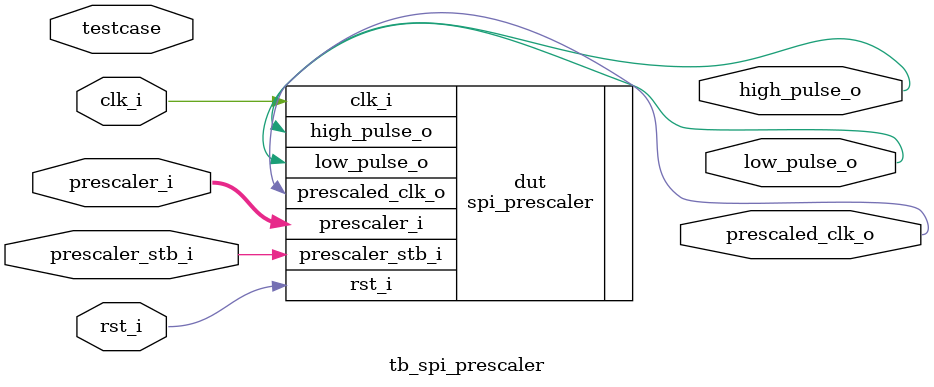
<source format=sv>
/*           __        _
 *  ________/ /  ___ _(_)__  ___
 * / __/ __/ _ \/ _ `/ / _ \/ -_)
 * \__/\__/_//_/\_,_/_/_//_/\__/
 * 
 * Copyright (C) Clément Chaine
 * This file is part of ECAP5-DWBSPI <https://github.com/ecap5/ECAP5-DWBSPI>
 *
 * ECAP5-DWBSPI is free software: you can redistribute it and/or modify
 * it under the terms of the GNU General Public License as published by
 * the Free Software Foundation, either version 3 of the License, or
 * (at your option) any later version.
 *
 * ECAP5-DWBSPI is distributed in the hope that it will be useful,
 * but WITHOUT ANY WARRANTY; without even the implied warranty of
 * MERCHANTABILITY or FITNESS FOR A PARTICULAR PURPOSE.  See the
 * GNU General Public License for more details.
 *
 * You should have received a copy of the GNU General Public License
 * along with ECAP5-DWBSPI.  If not, see <http://www.gnu.org/licenses/>.
 */

module tb_spi_prescaler
(
  input   int          testcase,

  input   logic         clk_i,
  input   logic         rst_i,

  input   logic        prescaler_stb_i,
  input   logic[15:0]  prescaler_i,

  output  logic        high_pulse_o,
  output  logic        low_pulse_o,
  output  logic        prescaled_clk_o
);

spi_prescaler #(
) dut (
  .clk_i           (clk_i),
  .rst_i           (rst_i),

  .prescaler_stb_i (prescaler_stb_i),
  .prescaler_i (prescaler_i),
  .high_pulse_o (high_pulse_o),
  .low_pulse_o (low_pulse_o),
  .prescaled_clk_o (prescaled_clk_o)
);

endmodule // tb_spi_prescaler


</source>
